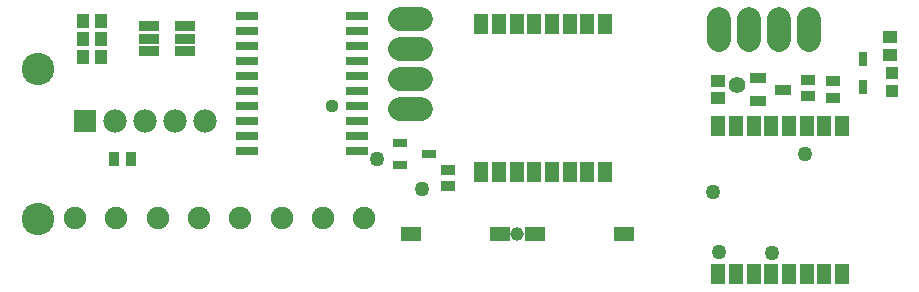
<source format=gbr>
G04 EAGLE Gerber RS-274X export*
G75*
%MOMM*%
%FSLAX34Y34*%
%LPD*%
%INSoldermask Top*%
%IPPOS*%
%AMOC8*
5,1,8,0,0,1.08239X$1,22.5*%
G01*
%ADD10R,1.981200X1.981200*%
%ADD11C,1.981200*%
%ADD12R,1.968500X0.762000*%
%ADD13R,0.863600X1.143000*%
%ADD14R,1.143000X0.863600*%
%ADD15R,0.703200X1.278200*%
%ADD16R,1.453200X0.853200*%
%ADD17R,1.053200X1.203200*%
%ADD18R,1.803200X0.903200*%
%ADD19R,1.203200X0.803200*%
%ADD20R,1.653200X1.203200*%
%ADD21C,2.003200*%
%ADD22C,2.743200*%
%ADD23R,1.153200X1.803200*%
%ADD24C,1.903200*%
%ADD25R,1.203200X1.053200*%
%ADD26R,1.003200X1.003200*%
%ADD27C,1.259600*%
%ADD28C,1.159600*%
%ADD29C,1.409600*%
%ADD30C,1.109600*%


D10*
X69850Y146050D03*
D11*
X95250Y146050D03*
X120650Y146050D03*
X146050Y146050D03*
X171450Y146050D03*
D12*
X300292Y120650D03*
X300292Y133350D03*
X300292Y146050D03*
X300292Y158750D03*
X300292Y171450D03*
X300292Y184150D03*
X300292Y196850D03*
X300292Y209550D03*
X300292Y222250D03*
X300292Y234950D03*
X207709Y234950D03*
X207709Y222250D03*
X207709Y209550D03*
X207709Y196850D03*
X207709Y184150D03*
X207709Y171450D03*
X207709Y158750D03*
X207709Y146050D03*
X207709Y133350D03*
X207709Y120650D03*
D13*
X108712Y114300D03*
X94488Y114300D03*
D14*
X377190Y90678D03*
X377190Y104902D03*
X681990Y166878D03*
X681990Y181102D03*
D15*
X728980Y175070D03*
X728980Y198310D03*
D16*
X639740Y182220D03*
X639740Y163220D03*
X660740Y172720D03*
D17*
X68700Y231140D03*
X83700Y231140D03*
X68700Y215900D03*
X83700Y215900D03*
X68700Y200660D03*
X83700Y200660D03*
D18*
X124700Y226400D03*
X154700Y226400D03*
X124700Y215900D03*
X154700Y215900D03*
X124700Y205400D03*
X154700Y205400D03*
D19*
X337250Y127660D03*
X337250Y108560D03*
X361250Y118110D03*
D20*
X451200Y50800D03*
X526700Y50800D03*
X421290Y50800D03*
X345790Y50800D03*
D21*
X607060Y214520D02*
X607060Y232520D01*
X632460Y232520D02*
X632460Y214520D01*
X657860Y214520D02*
X657860Y232520D01*
X683260Y232520D02*
X683260Y214520D01*
D22*
X30450Y63500D03*
X30450Y190500D03*
D23*
X510540Y228600D03*
X495540Y228600D03*
X480540Y228600D03*
X465540Y228600D03*
X450540Y228600D03*
X435540Y228600D03*
X420540Y228600D03*
X405540Y228600D03*
X405540Y102600D03*
X420540Y102600D03*
X435540Y102600D03*
X450540Y102600D03*
X465540Y102600D03*
X480540Y102600D03*
X495540Y102600D03*
X510540Y102600D03*
X711200Y142240D03*
X696200Y142240D03*
X681200Y142240D03*
X666200Y142240D03*
X651200Y142240D03*
X636200Y142240D03*
X621200Y142240D03*
X606200Y142240D03*
X606200Y16240D03*
X621200Y16240D03*
X636200Y16240D03*
X651200Y16240D03*
X666200Y16240D03*
X681200Y16240D03*
X696200Y16240D03*
X711200Y16240D03*
D14*
X703580Y179832D03*
X703580Y165608D03*
D24*
X61650Y63770D03*
X96650Y63770D03*
X131650Y63770D03*
X166650Y63770D03*
X201650Y63770D03*
X236650Y63770D03*
X271650Y63770D03*
X306650Y63770D03*
D25*
X605790Y165220D03*
X605790Y180220D03*
D26*
X753110Y171570D03*
X753110Y186570D03*
D25*
X751840Y202050D03*
X751840Y217050D03*
D21*
X354440Y156210D02*
X336440Y156210D01*
X336440Y181610D02*
X354440Y181610D01*
X354440Y207010D02*
X336440Y207010D01*
X336440Y232410D02*
X354440Y232410D01*
D27*
X651510Y34290D03*
D28*
X435610Y50800D03*
D27*
X317500Y114300D03*
X601980Y86360D03*
X355600Y88900D03*
D29*
X622300Y176530D03*
D27*
X607060Y35560D03*
X679450Y118110D03*
D30*
X279400Y158750D03*
M02*

</source>
